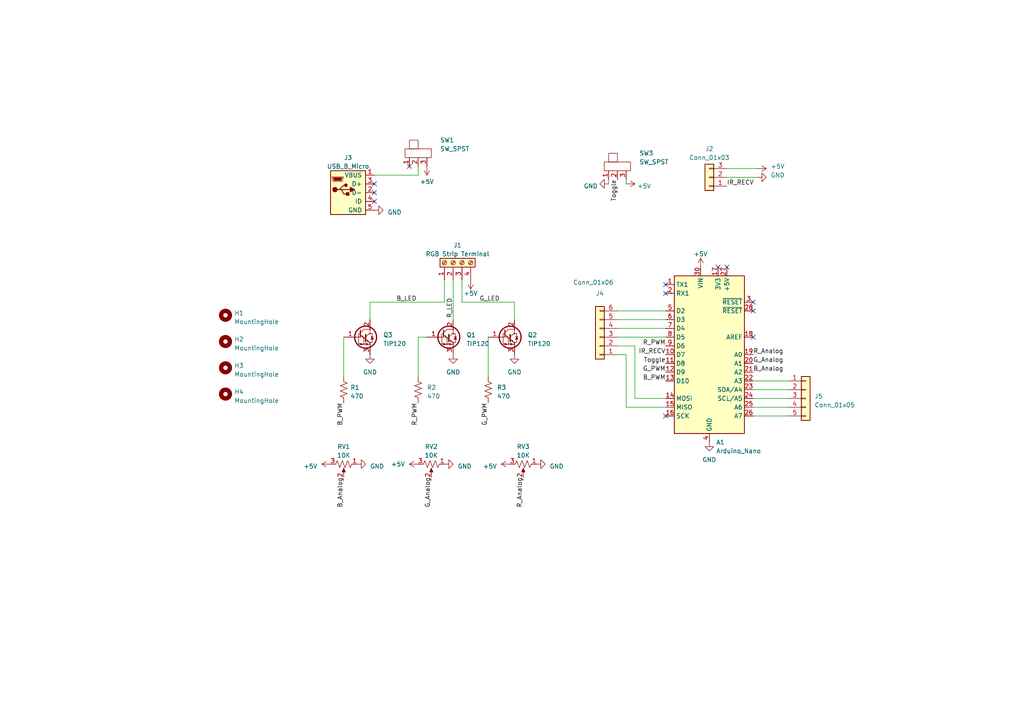
<source format=kicad_sch>
(kicad_sch (version 20230121) (generator eeschema)
  (paper "A4")
  (title_block (title "RGB LED Controller"))
  (lib_symbols
    (symbol "Connector:Screw_Terminal_01x04" (pin_names (offset 1.016) hide)
      (property "Reference" "J" (at 0 5.08 0))
      (property "Value" "Screw_Terminal_01x04" (at 0 -7.62 0))
      (symbol "Screw_Terminal_01x04_1_1"
        (rectangle (start -1.27 3.81) (end 1.27 -6.35) (stroke (width 0.254)) (fill (type background)))
        (circle (center 0 -5.08) (radius 0.635) (stroke (width 0.1524)))
        (circle (center 0 -2.54) (radius 0.635) (stroke (width 0.1524)))
        (polyline (pts (xy -0.5334 -4.7498) (xy 0.3302 -5.588)) (stroke (width 0.1524)))
        (polyline (pts (xy -0.5334 -2.2098) (xy 0.3302 -3.048)) (stroke (width 0.1524)))
        (polyline (pts (xy -0.5334 0.3302) (xy 0.3302 -0.508)) (stroke (width 0.1524)))
        (polyline (pts (xy -0.5334 2.8702) (xy 0.3302 2.032)) (stroke (width 0.1524)))
        (polyline (pts (xy -0.3556 -4.572) (xy 0.508 -5.4102)) (stroke (width 0.1524)))
        (polyline (pts (xy -0.3556 -2.032) (xy 0.508 -2.8702)) (stroke (width 0.1524)))
        (polyline (pts (xy -0.3556 0.508) (xy 0.508 -0.3302)) (stroke (width 0.1524)))
        (polyline (pts (xy -0.3556 3.048) (xy 0.508 2.2098)) (stroke (width 0.1524)))
        (circle (center 0 0) (radius 0.635) (stroke (width 0.1524)))
        (circle (center 0 2.54) (radius 0.635) (stroke (width 0.1524)))
        (pin passive line (at -5.08 2.54 0) (length 3.81) (name "Pin_1") (number "1"))
        (pin passive line (at -5.08 0 0) (length 3.81) (name "Pin_2") (number "2"))
        (pin passive line (at -5.08 -2.54 0) (length 3.81) (name "Pin_3") (number "3"))
        (pin passive line (at -5.08 -5.08 0) (length 3.81) (name "Pin_4") (number "4"))
      )
    )
    (symbol "Connector_Generic:Conn_01x03" (pin_names (offset 1.016) hide)
      (property "Reference" "J" (at 0 5.08 0))
      (property "Value" "Conn_01x03" (at 0 -5.08 0))
      (symbol "Conn_01x03_1_1"
        (rectangle (start -1.27 -2.413) (end 0 -2.667) (stroke (width 0.1524)))
        (rectangle (start -1.27 0.127) (end 0 -0.127) (stroke (width 0.1524)))
        (rectangle (start -1.27 2.667) (end 0 2.413) (stroke (width 0.1524)))
        (rectangle (start -1.27 3.81) (end 1.27 -3.81) (stroke (width 0.254)) (fill (type background)))
        (pin passive line (at -5.08 2.54 0) (length 3.81) (name "Pin_1") (number "1"))
        (pin passive line (at -5.08 0 0) (length 3.81) (name "Pin_2") (number "2"))
        (pin passive line (at -5.08 -2.54 0) (length 3.81) (name "Pin_3") (number "3"))
      )
    )
    (symbol "Connector_Generic:Conn_01x05" (pin_names (offset 1.016) hide)
      (property "Reference" "J" (at 0 7.62 0))
      (property "Value" "Conn_01x05" (at 0 -7.62 0))
      (symbol "Conn_01x05_1_1"
        (rectangle (start -1.27 -4.953) (end 0 -5.207) (stroke (width 0.1524)))
        (rectangle (start -1.27 -2.413) (end 0 -2.667) (stroke (width 0.1524)))
        (rectangle (start -1.27 0.127) (end 0 -0.127) (stroke (width 0.1524)))
        (rectangle (start -1.27 2.667) (end 0 2.413) (stroke (width 0.1524)))
        (rectangle (start -1.27 5.207) (end 0 4.953) (stroke (width 0.1524)))
        (rectangle (start -1.27 6.35) (end 1.27 -6.35) (stroke (width 0.254)) (fill (type background)))
        (pin passive line (at -5.08 5.08 0) (length 3.81) (name "Pin_1") (number "1"))
        (pin passive line (at -5.08 2.54 0) (length 3.81) (name "Pin_2") (number "2"))
        (pin passive line (at -5.08 0 0) (length 3.81) (name "Pin_3") (number "3"))
        (pin passive line (at -5.08 -2.54 0) (length 3.81) (name "Pin_4") (number "4"))
        (pin passive line (at -5.08 -5.08 0) (length 3.81) (name "Pin_5") (number "5"))
      )
    )
    (symbol "Connector_Generic:Conn_01x06" (pin_names (offset 1.016) hide)
      (property "Reference" "J" (at 0 7.62 0))
      (property "Value" "Conn_01x06" (at 0 -10.16 0))
      (symbol "Conn_01x06_1_1"
        (rectangle (start -1.27 -7.493) (end 0 -7.747) (stroke (width 0.1524)))
        (rectangle (start -1.27 -4.953) (end 0 -5.207) (stroke (width 0.1524)))
        (rectangle (start -1.27 -2.413) (end 0 -2.667) (stroke (width 0.1524)))
        (rectangle (start -1.27 0.127) (end 0 -0.127) (stroke (width 0.1524)))
        (rectangle (start -1.27 2.667) (end 0 2.413) (stroke (width 0.1524)))
        (rectangle (start -1.27 5.207) (end 0 4.953) (stroke (width 0.1524)))
        (rectangle (start -1.27 6.35) (end 1.27 -8.89) (stroke (width 0.254)) (fill (type background)))
        (pin passive line (at -5.08 5.08 0) (length 3.81) (name "Pin_1") (number "1"))
        (pin passive line (at -5.08 2.54 0) (length 3.81) (name "Pin_2") (number "2"))
        (pin passive line (at -5.08 0 0) (length 3.81) (name "Pin_3") (number "3"))
        (pin passive line (at -5.08 -2.54 0) (length 3.81) (name "Pin_4") (number "4"))
        (pin passive line (at -5.08 -5.08 0) (length 3.81) (name "Pin_5") (number "5"))
        (pin passive line (at -5.08 -7.62 0) (length 3.81) (name "Pin_6") (number "6"))
      )
    )
    (symbol "Device:R_Potentiometer_US" (pin_names (offset 1.016) hide)
      (property "Reference" "RV" (at -4.445 0 90))
      (property "Value" "R_Potentiometer_US" (at -2.54 0 90))
      (symbol "R_Potentiometer_US_0_1"
        (polyline (pts (xy 0 -2.286) (xy 0 -2.54)))
        (polyline (pts (xy 0 2.54) (xy 0 2.286)))
        (polyline (pts (xy 2.54 0) (xy 1.524 0)))
        (polyline (pts (xy 1.143 0) (xy 2.286 0.508) (xy 2.286 -0.508) (xy 1.143 0)) (fill (type outline)))
        (polyline (pts (xy 0 -0.762) (xy 1.016 -1.143) (xy 0 -1.524) (xy -1.016 -1.905) (xy 0 -2.286)))
        (polyline (pts (xy 0 0.762) (xy 1.016 0.381) (xy 0 0) (xy -1.016 -0.381) (xy 0 -0.762)))
        (polyline (pts (xy 0 2.286) (xy 1.016 1.905) (xy 0 1.524) (xy -1.016 1.143) (xy 0 0.762)))
      )
      (symbol "R_Potentiometer_US_1_1"
        (pin passive line (at 0 3.81 270) (length 1.27) (name "1") (number "1"))
        (pin passive line (at 3.81 0 180) (length 1.27) (name "2") (number "2"))
        (pin passive line (at 0 -3.81 90) (length 1.27) (name "3") (number "3"))
      )
    )
    (symbol "Device:R_US" (pin_numbers hide) (pin_names (offset 0))
      (property "Reference" "R" (at 2.54 0 90))
      (property "Value" "R_US" (at -2.54 0 90))
      (symbol "R_US_0_1"
        (polyline (pts (xy 0 -2.286) (xy 0 -2.54)))
        (polyline (pts (xy 0 2.286) (xy 0 2.54)))
        (polyline (pts (xy 0 -0.762) (xy 1.016 -1.143) (xy 0 -1.524) (xy -1.016 -1.905) (xy 0 -2.286)))
        (polyline (pts (xy 0 0.762) (xy 1.016 0.381) (xy 0 0) (xy -1.016 -0.381) (xy 0 -0.762)))
        (polyline (pts (xy 0 2.286) (xy 1.016 1.905) (xy 0 1.524) (xy -1.016 1.143) (xy 0 0.762)))
      )
      (symbol "R_US_1_1"
        (pin passive line (at 0 3.81 270) (length 1.27) (name "~") (number "1"))
        (pin passive line (at 0 -3.81 90) (length 1.27) (name "~") (number "2"))
      )
    )
    (symbol "MCU_Module:Arduino_Nano_Every"
      (property "Reference" "A" (at -10.16 23.495 0))
      (property "Value" "Arduino_Nano_Every" (at 5.08 -24.13 0))
      (symbol "Arduino_Nano_Every_0_1"
        (rectangle (start -10.16 22.86) (end 10.16 -22.86) (stroke (width 0.254)) (fill (type background)))
      )
      (symbol "Arduino_Nano_Every_1_1"
        (pin bidirectional line (at -12.7 20.32 0) (length 2.54) (name "TX1") (number "1"))
        (pin bidirectional line (at -12.7 0 0) (length 2.54) (name "D7") (number "10"))
        (pin bidirectional line (at -12.7 -2.54 0) (length 2.54) (name "D8") (number "11"))
        (pin bidirectional line (at -12.7 -5.08 0) (length 2.54) (name "D9") (number "12"))
        (pin bidirectional line (at -12.7 -7.62 0) (length 2.54) (name "D10") (number "13"))
        (pin bidirectional line (at -12.7 -12.7 0) (length 2.54) (name "MOSI") (number "14"))
        (pin bidirectional line (at -12.7 -15.24 0) (length 2.54) (name "MISO") (number "15"))
        (pin bidirectional line (at -12.7 -17.78 0) (length 2.54) (name "SCK") (number "16"))
        (pin power_out line (at 2.54 25.4 270) (length 2.54) (name "3V3") (number "17"))
        (pin input line (at 12.7 5.08 180) (length 2.54) (name "AREF") (number "18"))
        (pin bidirectional line (at 12.7 0 180) (length 2.54) (name "A0") (number "19"))
        (pin bidirectional line (at -12.7 17.78 0) (length 2.54) (name "RX1") (number "2"))
        (pin bidirectional line (at 12.7 -2.54 180) (length 2.54) (name "A1") (number "20"))
        (pin bidirectional line (at 12.7 -5.08 180) (length 2.54) (name "A2") (number "21"))
        (pin bidirectional line (at 12.7 -7.62 180) (length 2.54) (name "A3") (number "22"))
        (pin bidirectional line (at 12.7 -10.16 180) (length 2.54) (name "SDA/A4") (number "23"))
        (pin bidirectional line (at 12.7 -12.7 180) (length 2.54) (name "SCL/A5") (number "24"))
        (pin bidirectional line (at 12.7 -15.24 180) (length 2.54) (name "A6") (number "25"))
        (pin bidirectional line (at 12.7 -17.78 180) (length 2.54) (name "A7") (number "26"))
        (pin power_out line (at 5.08 25.4 270) (length 2.54) (name "+5V") (number "27"))
        (pin input line (at 12.7 12.7 180) (length 2.54) (name "~{RESET}") (number "28"))
        (pin passive line (at 0 -25.4 90) (length 2.54) hide (name "GND") (number "29"))
        (pin input line (at 12.7 15.24 180) (length 2.54) (name "~{RESET}") (number "3"))
        (pin power_in line (at -2.54 25.4 270) (length 2.54) (name "VIN") (number "30"))
        (pin power_in line (at 0 -25.4 90) (length 2.54) (name "GND") (number "4"))
        (pin bidirectional line (at -12.7 12.7 0) (length 2.54) (name "D2") (number "5"))
        (pin bidirectional line (at -12.7 10.16 0) (length 2.54) (name "D3") (number "6"))
        (pin bidirectional line (at -12.7 7.62 0) (length 2.54) (name "D4") (number "7"))
        (pin bidirectional line (at -12.7 5.08 0) (length 2.54) (name "D5") (number "8"))
        (pin bidirectional line (at -12.7 2.54 0) (length 2.54) (name "D6") (number "9"))
      )
    )
    (symbol "Mechanical:MountingHole" (pin_names (offset 1.016))
      (property "Reference" "H" (at 0 5.08 0))
      (property "Value" "MountingHole" (at 0 3.175 0))
      (symbol "MountingHole_0_1"
        (circle (center 0 0) (radius 1.27) (stroke (width 1.27)))
      )
    )
    (symbol "Skills Series Symbols:SW_SPST" (pin_names (offset 0) hide)
      (property "Reference" "SW" (at 0 3.175 0))
      (property "Value" "SW_SPST" (at 0 -8.89 0))
      (symbol "SW_SPST_0_1"
        (rectangle (start -3.81 2.54) (end 3.81 0))
        (rectangle (start -2.54 5.08) (end 0 2.54))
      )
      (symbol "SW_SPST_1_1"
        (pin input line (at -2.54 -2.54 90) (length 2.54) (name "") (number "1"))
        (pin input line (at 0 -2.54 90) (length 2.54) (name "") (number "2"))
        (pin input line (at 2.54 -2.54 90) (length 2.54) (name "") (number "3"))
      )
    )
    (symbol "Skills Series Symbols:USB_B_Micro" (pin_names (offset 1.016))
      (property "Reference" "J3" (at 0 11.43 0))
      (property "Value" "USB_B_Micro" (at 0 8.89 0))
      (symbol "USB_B_Micro_0_1"
        (rectangle (start -5.08 7.62) (end 5.08 -5.08) (stroke (width 0.254)) (fill (type background)))
        (circle (center -3.81 2.159) (radius 0.635) (stroke (width 0.254)) (fill (type outline)))
        (circle (center -0.635 3.429) (radius 0.381) (stroke (width 0.254)) (fill (type outline)))
        (polyline (pts (xy -1.905 2.159) (xy 0.635 2.159)) (stroke (width 0.254)))
        (polyline (pts (xy -3.175 2.159) (xy -2.54 2.159) (xy -1.27 3.429) (xy -0.635 3.429)) (stroke (width 0.254)))
        (polyline (pts (xy -2.54 2.159) (xy -1.905 2.159) (xy -1.27 0.889) (xy 0 0.889)) (stroke (width 0.254)))
        (polyline (pts (xy 0.635 2.794) (xy 0.635 1.524) (xy 1.905 2.159) (xy 0.635 2.794)) (stroke (width 0.254)) (fill (type outline)))
        (polyline (pts (xy -4.318 5.588) (xy -1.778 5.588) (xy -2.032 4.826) (xy -4.064 4.826) (xy -4.318 5.588)) (fill (type outline)))
        (polyline (pts (xy -4.699 5.842) (xy -4.699 5.588) (xy -4.445 4.826) (xy -4.445 4.572) (xy -1.651 4.572) (xy -1.651 4.826) (xy -1.397 5.588) (xy -1.397 5.842) (xy -4.699 5.842)))
        (rectangle (start 0.254 1.27) (end -0.508 0.508) (stroke (width 0.254)) (fill (type outline)))
      )
      (symbol "USB_B_Micro_1_1"
        (pin power_out line (at 7.62 6.35 180) (length 2.54) (name "VBUS") (number "1"))
        (pin bidirectional line (at 7.62 1.27 180) (length 2.54) (name "D-") (number "2"))
        (pin bidirectional line (at 7.62 3.81 180) (length 2.54) (name "D+") (number "3"))
        (pin passive line (at 7.62 -1.27 180) (length 2.54) (name "ID") (number "4"))
        (pin power_out line (at 7.62 -3.81 180) (length 2.54) (name "GND") (number "5"))
      )
    )
    (symbol "Transistor_BJT:TIP120" (pin_names (offset 0) hide)
      (property "Reference" "Q" (at 5.08 1.905 0))
      (property "Value" "TIP120" (at 5.08 0 0))
      (symbol "TIP120_0_1"
        (circle (center -0.762 0) (radius 0.127))
        (polyline (pts (xy -1.27 0) (xy -0.889 0)))
        (polyline (pts (xy 2.54 -2.032) (xy 2.54 -2.54)))
        (polyline (pts (xy 2.54 -1.524) (xy 3.175 -1.524)))
        (polyline (pts (xy 2.794 0.127) (xy 3.556 0.127)))
        (polyline (pts (xy 3.175 -0.635) (xy 3.175 -1.524)))
        (polyline (pts (xy 3.175 1.016) (xy 2.54 1.016)))
        (polyline (pts (xy 3.175 1.016) (xy 3.175 0.127)))
        (polyline (pts (xy -0.254 0.762) (xy 0.762 -0.254) (xy 1.27 -0.254)))
        (polyline (pts (xy -0.254 1.016) (xy -0.762 1.016) (xy -0.762 -2.032)))
        (polyline (pts (xy -0.254 1.27) (xy 0.762 2.286) (xy 2.54 2.286)))
        (polyline (pts (xy -0.254 2.032) (xy -0.254 0) (xy -0.254 0)) (stroke (width 0.3048)))
        (polyline (pts (xy 1.27 0.762) (xy 1.27 -1.27) (xy 1.27 -1.27)) (stroke (width 0.381)))
        (polyline (pts (xy 0.635 -0.127) (xy 0.381 0.381) (xy 0.127 0.127) (xy 0.635 -0.127)))
        (polyline (pts (xy 1.27 -0.508) (xy 2.286 -1.524) (xy 2.54 -1.524) (xy 2.54 -2.032)))
        (polyline (pts (xy 1.27 0) (xy 2.286 1.016) (xy 2.54 1.016) (xy 2.54 2.286)))
        (polyline (pts (xy 2.159 -1.397) (xy 1.905 -0.889) (xy 1.651 -1.143) (xy 2.159 -1.397)))
        (polyline (pts (xy 3.175 0.127) (xy 2.794 -0.635) (xy 3.556 -0.635) (xy 3.175 0.127)) (fill (type outline)))
        (polyline (pts (xy 0.762 -2.032) (xy 0.381 -2.032) (xy 0.254 -2.286) (xy 0.127 -1.778) (xy 0 -2.286) (xy -0.127 -1.778) (xy -0.254 -2.286) (xy -0.381 -1.778) (xy -0.508 -2.032) (xy -0.762 -2.032)))
        (polyline (pts (xy 0.762 -0.254) (xy 0.762 -2.032) (xy 1.143 -2.032) (xy 1.27 -1.778) (xy 1.397 -2.286) (xy 1.524 -1.778) (xy 1.651 -2.286) (xy 1.778 -1.778) (xy 1.905 -2.286) (xy 2.032 -2.032) (xy 2.54 -2.032)))
        (circle (center 0.762 -2.032) (radius 0.127))
        (circle (center 0.762 -0.254) (radius 0.127))
        (circle (center 1.27 0) (radius 3.175) (stroke (width 0.3556)))
        (circle (center 2.54 -2.032) (radius 0.127))
        (circle (center 2.54 -1.524) (radius 0.127))
        (circle (center 2.54 1.016) (radius 0.127))
        (circle (center 2.54 2.286) (radius 0.127))
      )
      (symbol "TIP120_1_1"
        (pin input line (at -5.08 0 0) (length 3.81) (name "B") (number "1"))
        (pin passive line (at 2.54 5.08 270) (length 2.667) (name "C") (number "2"))
        (pin passive line (at 2.54 -5.08 90) (length 2.54) (name "E") (number "3"))
      )
    )
    (symbol "power:+5V" (power) (pin_names (offset 0))
      (property "Value" "+5V" (at 0 3.556 0))
      (symbol "+5V_0_1"
        (polyline (pts (xy -0.762 1.27) (xy 0 2.54)))
        (polyline (pts (xy 0 0) (xy 0 2.54)))
        (polyline (pts (xy 0 2.54) (xy 0.762 1.27)))
      )
      (symbol "+5V_1_1"
        (pin power_in line (at 0 0 90) (length 0) hide (name "+5V") (number "1"))
      )
    )
    (symbol "power:GND" (power) (pin_names (offset 0))
      (property "Value" "GND" (at 0 -3.81 0))
      (symbol "GND_0_1"
        (polyline (pts (xy 0 0) (xy 0 -1.27) (xy 1.27 -1.27) (xy 0 -2.54) (xy -1.27 -1.27) (xy 0 -1.27)))
      )
      (symbol "GND_1_1"
        (pin power_in line (at 0 0 270) (length 0) hide (name "GND") (number "1"))
      )
    )
  )
  (no_connect (at 108.585 55.88))
  (no_connect (at 108.585 58.42))
  (no_connect (at 118.745 48.26))
  (no_connect (at 193.04 82.55))
  (no_connect (at 193.04 85.09))
  (no_connect (at 208.28 77.47))
  (no_connect (at 218.44 90.17))
  (no_connect (at 193.04 120.65))
  (no_connect (at 218.44 97.79))
  (no_connect (at 218.44 87.63))
  (no_connect (at 108.585 53.34))
  (no_connect (at 210.82 77.47))
  (wire (pts (xy 218.44 115.57) (xy 228.6 115.57)))
  (wire (pts (xy 128.905 81.28) (xy 128.905 87.63)))
  (wire (pts (xy 181.61 53.34) (xy 181.61 52.07)))
  (wire (pts (xy 184.15 115.57) (xy 184.15 100.33)))
  (wire (pts (xy 179.07 92.71) (xy 193.04 92.71)))
  (wire (pts (xy 141.605 97.79) (xy 141.605 109.22)))
  (wire (pts (xy 218.44 113.03) (xy 228.6 113.03)))
  (wire (pts (xy 133.985 81.28) (xy 133.985 87.63)))
  (wire (pts (xy 107.315 87.63) (xy 107.315 92.71)))
  (wire (pts (xy 99.695 97.79) (xy 99.695 109.22)))
  (wire (pts (xy 193.04 115.57) (xy 184.15 115.57)))
  (wire (pts (xy 179.07 100.33) (xy 184.15 100.33)))
  (wire (pts (xy 121.285 97.79) (xy 121.285 109.22)))
  (wire (pts (xy 179.07 90.17) (xy 193.04 90.17)))
  (wire (pts (xy 218.44 120.65) (xy 228.6 120.65)))
  (wire (pts (xy 179.07 102.87) (xy 181.61 102.87)))
  (wire (pts (xy 108.585 50.8) (xy 121.285 50.8)))
  (wire (pts (xy 121.285 50.8) (xy 121.285 48.26)))
  (wire (pts (xy 218.44 118.11) (xy 228.6 118.11)))
  (wire (pts (xy 131.445 81.28) (xy 131.445 92.71)))
  (wire (pts (xy 176.53 53.34) (xy 176.53 52.07)))
  (wire (pts (xy 128.905 87.63) (xy 107.315 87.63)))
  (wire (pts (xy 218.44 110.49) (xy 228.6 110.49)))
  (wire (pts (xy 193.04 118.11) (xy 181.61 118.11)))
  (wire (pts (xy 179.07 97.79) (xy 193.04 97.79)))
  (wire (pts (xy 123.825 97.79) (xy 121.285 97.79)))
  (wire (pts (xy 181.61 118.11) (xy 181.61 102.87)))
  (wire (pts (xy 149.225 87.63) (xy 149.225 92.71)))
  (wire (pts (xy 219.71 51.435) (xy 210.82 51.435)))
  (wire (pts (xy 133.985 87.63) (xy 149.225 87.63)))
  (wire (pts (xy 219.71 48.895) (xy 210.82 48.895)))
  (wire (pts (xy 179.07 95.25) (xy 193.04 95.25)))
  (label "B_Analog" (at 218.44 107.95 0))
  (label "IR_RECV" (at 210.82 53.975 0))
  (label "B_PWM" (at 99.695 116.84 270))
  (label "R_Analog" (at 218.44 102.87 0))
  (label "IR_RECV" (at 193.04 102.87 180))
  (label "R_PWM" (at 121.285 116.84 270))
  (label "R_Analog" (at 151.765 138.43 270))
  (label "B_PWM" (at 193.04 110.49 180))
  (label "G_Analog" (at 125.095 138.43 270))
  (label "R_LED" (at 131.445 86.36 270))
  (label "G_PWM" (at 141.605 116.84 270))
  (label "B_LED" (at 114.935 87.63 0))
  (label "G_LED" (at 139.065 87.63 0))
  (label "G_PWM" (at 193.04 107.95 180))
  (label "B_Analog" (at 99.695 138.43 270))
  (label "R_PWM" (at 193.04 100.33 180))
  (label "G_Analog" (at 218.44 105.41 0))
  (label "Toggle" (at 179.07 52.07 270))
  (label "Toggle" (at 193.04 105.41 180))
  (symbol (lib_id "power:GND") (at 131.445 102.87 0) (unit 1)
    (property "Reference" "#PWR09" (effects hide))
    (property "Value" "GND" (at 131.445 107.95 0))
  )
  (symbol (lib_id "Device:R_US") (at 99.695 113.03 180) (unit 1)
    (property "Reference" "R1" (at 101.6 112.395 0) (effects (justify right)))
    (property "Value" "470" (at 101.6 114.935 0) (effects (justify right)))
    (property "Footprint" "Resistor_THT:R_Axial_DIN0207_L6.3mm_D2.5mm_P7.62mm_Horizontal" (effects hide))
  )
  (symbol (lib_id "power:+5V") (at 136.525 81.28 180) (unit 1)
    (property "Reference" "#PWR05" (effects hide))
    (property "Value" "+5V" (at 136.525 85.09 0))
  )
  (symbol (lib_id "Mechanical:MountingHole") (at 65.405 99.06 0) (unit 1)
    (property "Reference" "H2" (at 67.945 98.425 0) (effects (justify left)))
    (property "Value" "MountingHole" (at 67.945 100.965 0) (effects (justify left)))
    (property "Footprint" "MountingHole:MountingHole_3.2mm_M3" (effects hide))
  )
  (symbol (lib_id "power:+5V") (at 123.825 48.26 180) (unit 1)
    (property "Reference" "#PWR016" (effects hide))
    (property "Value" "+5V" (at 123.825 52.705 0))
  )
  (symbol (lib_id "power:+5V") (at 147.955 134.62 90) (unit 1)
    (property "Reference" "#PWR014" (effects hide))
    (property "Value" "+5V" (at 144.145 135.255 90) (effects (justify left)))
  )
  (symbol (lib_id "Transistor_BJT:TIP120") (at 104.775 97.79 0) (unit 1)
    (property "Reference" "Q3" (at 111.125 97.155 0) (effects (justify left)))
    (property "Value" "TIP120" (at 111.125 99.695 0) (effects (justify left)))
    (property "Footprint" "Package_TO_SOT_THT:TO-220-3_Vertical" (effects hide))
    (property "Datasheet" "https://www.onsemi.com/pub/Collateral/TIP120-D.PDF" (effects hide))
  )
  (symbol (lib_id "power:GND") (at 103.505 134.62 90) (unit 1)
    (property "Reference" "#PWR06" (effects hide))
    (property "Value" "GND" (at 107.315 135.255 90) (effects (justify right)))
  )
  (symbol (lib_id "Skills Series Symbols:SW_SPST") (at 121.285 45.72 0) (unit 1)
    (property "Reference" "SW1" (at 127.635 40.64 0) (effects (justify left)))
    (property "Value" "SW_SPST" (at 127.635 43.18 0) (effects (justify left)))
    (property "Footprint" "Skills Series Footprints:Slide Switch" (effects hide))
  )
  (symbol (lib_id "power:GND") (at 128.905 134.62 90) (unit 1)
    (property "Reference" "#PWR07" (effects hide))
    (property "Value" "GND" (at 132.715 135.255 90) (effects (justify right)))
  )
  (symbol (lib_id "Mechanical:MountingHole") (at 65.405 91.44 0) (unit 1)
    (property "Reference" "H1" (at 67.945 90.805 0) (effects (justify left)))
    (property "Value" "MountingHole" (at 67.945 93.345 0) (effects (justify left)))
    (property "Footprint" "MountingHole:MountingHole_3.2mm_M3" (effects hide))
  )
  (symbol (lib_id "power:GND") (at 108.585 60.96 90) (unit 1)
    (property "Reference" "#PWR02" (effects hide))
    (property "Value" "GND" (at 112.395 61.595 90) (effects (justify right)))
  )
  (symbol (lib_id "Skills Series Symbols:USB_B_Micro") (at 100.965 57.15 0) (unit 1)
    (property "Reference" "J3" (at 100.965 45.72 0))
    (property "Value" "USB_B_Micro" (at 100.965 48.26 0))
    (property "Footprint" "Skills Series Footprints:MicroUSB Port" (effects hide))
  )
  (symbol (lib_id "Mechanical:MountingHole") (at 65.405 114.3 0) (unit 1)
    (property "Reference" "H4" (at 67.945 113.665 0) (effects (justify left)))
    (property "Value" "MountingHole" (at 67.945 116.205 0) (effects (justify left)))
    (property "Footprint" "MountingHole:MountingHole_3.2mm_M3" (effects hide))
  )
  (symbol (lib_id "Connector:Screw_Terminal_01x04") (at 131.445 76.2 90) (unit 1)
    (property "Reference" "J1" (at 132.715 71.12 90))
    (property "Value" "RGB Strip Terminal" (at 132.715 73.66 90))
    (property "Footprint" "Skills Series Footprints:LED Strip Terminal Block" (effects hide))
  )
  (symbol (lib_id "power:GND") (at 176.53 53.34 270) (unit 1)
    (property "Reference" "#PWR01" (effects hide))
    (property "Value" "GND" (at 173.355 53.975 90) (effects (justify right)))
  )
  (symbol (lib_id "Device:R_Potentiometer_US") (at 151.765 134.62 270) (unit 1)
    (property "Reference" "RV3" (at 151.765 129.54 90))
    (property "Value" "10K" (at 151.765 132.08 90))
    (property "Footprint" "Skills Series Footprints:10K Potentiometer Dial" (effects hide))
  )
  (symbol (lib_id "power:+5V") (at 203.2 77.47 0) (unit 1)
    (property "Reference" "#PWR03" (effects hide))
    (property "Value" "+5V" (at 203.2 73.66 0))
  )
  (symbol (lib_id "power:+5V") (at 181.61 53.34 270) (unit 1)
    (property "Reference" "#PWR018" (effects hide))
    (property "Value" "+5V" (at 184.785 53.975 90) (effects (justify left)))
  )
  (symbol (lib_id "power:+5V") (at 219.71 48.895 270) (unit 1)
    (property "Reference" "#PWR017" (effects hide))
    (property "Value" "+5V" (at 223.52 48.26 90) (effects (justify left)))
  )
  (symbol (lib_id "power:GND") (at 107.315 102.87 0) (unit 1)
    (property "Reference" "#PWR08" (effects hide))
    (property "Value" "GND" (at 107.315 107.95 0))
  )
  (symbol (lib_id "Device:R_Potentiometer_US") (at 125.095 134.62 270) (unit 1)
    (property "Reference" "RV2" (at 125.095 129.54 90))
    (property "Value" "10K" (at 125.095 132.08 90))
    (property "Footprint" "Skills Series Footprints:10K Potentiometer Dial" (effects hide))
  )
  (symbol (lib_id "power:GND") (at 205.74 128.27 0) (unit 1)
    (property "Reference" "#PWR04" (effects hide))
    (property "Value" "GND" (at 205.74 133.35 0))
  )
  (symbol (lib_id "Mechanical:MountingHole") (at 65.405 106.68 0) (unit 1)
    (property "Reference" "H3" (at 67.945 106.045 0) (effects (justify left)))
    (property "Value" "MountingHole" (at 67.945 108.585 0) (effects (justify left)))
    (property "Footprint" "MountingHole:MountingHole_3.2mm_M3" (effects hide))
  )
  (symbol (lib_id "Connector_Generic:Conn_01x03") (at 205.74 51.435 180) (unit 1)
    (property "Reference" "J2" (at 205.74 43.18 0))
    (property "Value" "Conn_01x03" (at 205.74 45.72 0))
    (property "Footprint" "Connector_PinHeader_2.54mm:PinHeader_1x03_P2.54mm_Vertical" (effects hide))
  )
  (symbol (lib_id "Transistor_BJT:TIP120") (at 128.905 97.79 0) (unit 1)
    (property "Reference" "Q1" (at 135.255 97.155 0) (effects (justify left)))
    (property "Value" "TIP120" (at 135.255 99.695 0) (effects (justify left)))
    (property "Footprint" "Package_TO_SOT_THT:TO-220-3_Vertical" (effects hide))
    (property "Datasheet" "https://www.onsemi.com/pub/Collateral/TIP120-D.PDF" (effects hide))
  )
  (symbol (lib_id "Transistor_BJT:TIP120") (at 146.685 97.79 0) (unit 1)
    (property "Reference" "Q2" (at 153.035 97.155 0) (effects (justify left)))
    (property "Value" "TIP120" (at 153.035 99.695 0) (effects (justify left)))
    (property "Footprint" "Package_TO_SOT_THT:TO-220-3_Vertical" (effects hide))
    (property "Datasheet" "https://www.onsemi.com/pub/Collateral/TIP120-D.PDF" (effects hide))
  )
  (symbol (lib_id "Device:R_US") (at 121.285 113.03 180) (unit 1)
    (property "Reference" "R2" (at 123.825 112.395 0) (effects (justify right)))
    (property "Value" "470" (at 123.825 114.935 0) (effects (justify right)))
    (property "Footprint" "Resistor_THT:R_Axial_DIN0207_L6.3mm_D2.5mm_P7.62mm_Horizontal" (effects hide))
  )
  (symbol (lib_id "Skills Series Symbols:SW_SPST") (at 179.07 49.53 0) (unit 1)
    (property "Reference" "SW3" (at 185.42 44.45 0) (effects (justify left)))
    (property "Value" "SW_SPST" (at 185.42 46.99 0) (effects (justify left)))
    (property "Footprint" "Skills Series Footprints:Slide Switch" (effects hide))
  )
  (symbol (lib_id "Device:R_US") (at 141.605 113.03 180) (unit 1)
    (property "Reference" "R3" (at 144.145 112.395 0) (effects (justify right)))
    (property "Value" "470" (at 144.145 114.935 0) (effects (justify right)))
    (property "Footprint" "Resistor_THT:R_Axial_DIN0207_L6.3mm_D2.5mm_P7.62mm_Horizontal" (effects hide))
  )
  (symbol (lib_id "power:+5V") (at 121.285 134.62 90) (unit 1)
    (property "Reference" "#PWR013" (effects hide))
    (property "Value" "+5V" (at 117.475 134.62 90) (effects (justify left)))
  )
  (symbol (lib_id "Connector_Generic:Conn_01x06") (at 173.99 97.79 180) (unit 1)
    (property "Reference" "J4" (at 173.99 85.09 0))
    (property "Value" "Conn_01x06" (at 172.085 81.915 0))
    (property "Footprint" "Connector_PinHeader_2.54mm:PinHeader_1x06_P2.54mm_Vertical" (effects hide))
  )
  (symbol (lib_id "power:+5V") (at 95.885 134.62 90) (unit 1)
    (property "Reference" "#PWR012" (effects hide))
    (property "Value" "+5V" (at 92.075 135.255 90) (effects (justify left)))
  )
  (symbol (lib_id "power:GND") (at 219.71 51.435 90) (unit 1)
    (property "Reference" "#PWR015" (effects hide))
    (property "Value" "GND" (at 223.52 50.8 90) (effects (justify right)))
  )
  (symbol (lib_id "Device:R_Potentiometer_US") (at 99.695 134.62 270) (unit 1)
    (property "Reference" "RV1" (at 99.695 129.54 90))
    (property "Value" "10K" (at 99.695 132.08 90))
    (property "Footprint" "Skills Series Footprints:10K Potentiometer Dial" (effects hide))
  )
  (symbol (lib_id "power:GND") (at 149.225 102.87 0) (unit 1)
    (property "Reference" "#PWR010" (effects hide))
    (property "Value" "GND" (at 149.225 107.95 0))
  )
  (symbol (lib_id "MCU_Module:Arduino_Nano_Every") (at 205.74 102.87 0) (unit 1)
    (property "Reference" "A1" (at 207.6959 128.27 0) (effects (justify left)))
    (property "Value" "Arduino_Nano" (at 207.6959 130.81 0) (effects (justify left)))
    (property "Footprint" "Module:Arduino_Nano" (effects hide))
    (property "Datasheet" "https://content.arduino.cc/assets/NANOEveryV3.0_sch.pdf" (effects hide))
  )
  (symbol (lib_id "Connector_Generic:Conn_01x05") (at 233.68 115.57 0) (unit 1)
    (property "Reference" "J5" (at 236.22 114.935 0) (effects (justify left)))
    (property "Value" "Conn_01x05" (at 236.22 117.475 0) (effects (justify left)))
    (property "Footprint" "Connector_PinHeader_2.54mm:PinHeader_1x05_P2.54mm_Vertical" (effects hide))
  )
  (symbol (lib_id "power:GND") (at 155.575 134.62 90) (unit 1)
    (property "Reference" "#PWR011" (effects hide))
    (property "Value" "GND" (at 159.385 135.255 90) (effects (justify right)))
  )
)
</source>
